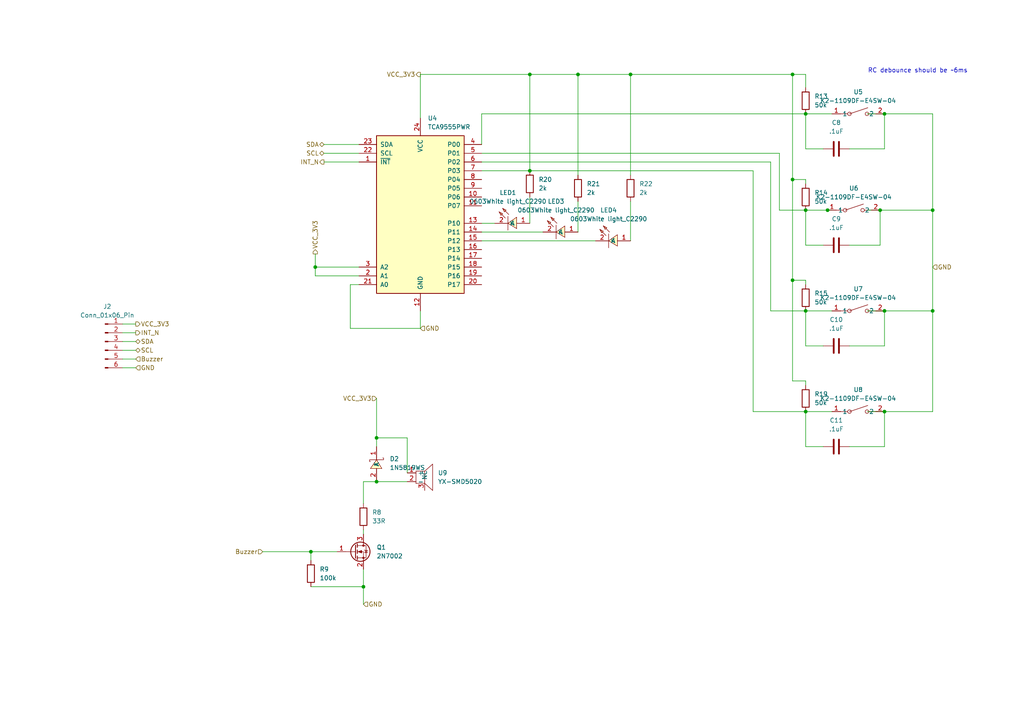
<source format=kicad_sch>
(kicad_sch (version 20250114) (generator "eeschema") (generator_version "9.0")
  (paper "A4")
  (lib_symbols
    (symbol "Connector:Conn_01x06_Pin" (pin_names (offset 1.016) (hide yes))
      (property "Reference" "J" (at 0 7.62 0))
      (property "Value" "Conn_01x06_Pin" (at 0 -10.16 0))
      (symbol "Conn_01x06_Pin_1_1"
        (rectangle (start 0.8636 5.207) (end 0 4.953) (stroke (width 0.1524)) (fill (type outline)))
        (rectangle (start 0.8636 2.667) (end 0 2.413) (stroke (width 0.1524)) (fill (type outline)))
        (rectangle (start 0.8636 0.127) (end 0 -0.127) (stroke (width 0.1524)) (fill (type outline)))
        (rectangle (start 0.8636 -2.413) (end 0 -2.667) (stroke (width 0.1524)) (fill (type outline)))
        (rectangle (start 0.8636 -4.953) (end 0 -5.207) (stroke (width 0.1524)) (fill (type outline)))
        (rectangle (start 0.8636 -7.493) (end 0 -7.747) (stroke (width 0.1524)) (fill (type outline)))
        (polyline (pts (xy 1.27 5.08) (xy 0.8636 5.08)) (stroke (width 0.1524)))
        (polyline (pts (xy 1.27 2.54) (xy 0.8636 2.54)) (stroke (width 0.1524)))
        (polyline (pts (xy 1.27 0) (xy 0.8636 0)) (stroke (width 0.1524)))
        (polyline (pts (xy 1.27 -2.54) (xy 0.8636 -2.54)) (stroke (width 0.1524)))
        (polyline (pts (xy 1.27 -5.08) (xy 0.8636 -5.08)) (stroke (width 0.1524)))
        (polyline (pts (xy 1.27 -7.62) (xy 0.8636 -7.62)) (stroke (width 0.1524)))
        (pin passive line (at 5.08 5.08 180) (length 3.81) (name "Pin_1") (number "1"))
        (pin passive line (at 5.08 2.54 180) (length 3.81) (name "Pin_2") (number "2"))
        (pin passive line (at 5.08 0 180) (length 3.81) (name "Pin_3") (number "3"))
        (pin passive line (at 5.08 -2.54 180) (length 3.81) (name "Pin_4") (number "4"))
        (pin passive line (at 5.08 -5.08 180) (length 3.81) (name "Pin_5") (number "5"))
        (pin passive line (at 5.08 -7.62 180) (length 3.81) (name "Pin_6") (number "6"))
      )
    )
    (symbol "Device:C" (pin_numbers (hide yes)) (pin_names (offset 0.254))
      (property "Reference" "C" (at 0.635 2.54 0))
      (property "Value" "C" (at 0.635 -2.54 0))
      (symbol "C_0_1"
        (polyline (pts (xy -2.032 0.762) (xy 2.032 0.762)) (stroke (width 0.508)))
        (polyline (pts (xy -2.032 -0.762) (xy 2.032 -0.762)) (stroke (width 0.508)))
      )
      (symbol "C_1_1"
        (pin passive line (at 0 3.81 270) (length 2.794) (name "~") (number "1"))
        (pin passive line (at 0 -3.81 90) (length 2.794) (name "~") (number "2"))
      )
    )
    (symbol "Device:R" (pin_numbers (hide yes)) (pin_names (offset 0))
      (property "Reference" "R" (at 2.032 0 90))
      (property "Value" "R" (at 0 0 90))
      (symbol "R_0_1"
        (rectangle (start -1.016 -2.54) (end 1.016 2.54) (stroke (width 0.254)))
      )
      (symbol "R_1_1"
        (pin passive line (at 0 3.81 270) (length 1.27) (name "~") (number "1"))
        (pin passive line (at 0 -3.81 90) (length 1.27) (name "~") (number "2"))
      )
    )
    (symbol "Interface_Expansion:TCA9555PWR" (pin_names (offset 1.016))
      (property "Reference" "U" (at -11.43 24.13 0))
      (property "Value" "TCA9555PWR" (at 0 0 0))
      (symbol "TCA9555PWR_0_1"
        (rectangle (start -12.7 22.86) (end 12.7 -22.86) (stroke (width 0.254)) (fill (type background)))
      )
      (symbol "TCA9555PWR_1_1"
        (pin bidirectional line (at -17.78 20.32 0) (length 5.08) (name "SDA") (number "23"))
        (pin input line (at -17.78 17.78 0) (length 5.08) (name "SCL") (number "22"))
        (pin open_collector line (at -17.78 15.24 0) (length 5.08) (name "~{INT}") (number "1"))
        (pin input line (at -17.78 -15.24 0) (length 5.08) (name "A2") (number "3"))
        (pin input line (at -17.78 -17.78 0) (length 5.08) (name "A1") (number "2"))
        (pin input line (at -17.78 -20.32 0) (length 5.08) (name "A0") (number "21"))
        (pin power_in line (at 0 27.94 270) (length 5.08) (name "VCC") (number "24"))
        (pin power_in line (at 0 -27.94 90) (length 5.08) (name "GND") (number "12"))
        (pin bidirectional line (at 17.78 20.32 180) (length 5.08) (name "P00") (number "4"))
        (pin bidirectional line (at 17.78 17.78 180) (length 5.08) (name "P01") (number "5"))
        (pin bidirectional line (at 17.78 15.24 180) (length 5.08) (name "P02") (number "6"))
        (pin bidirectional line (at 17.78 12.7 180) (length 5.08) (name "P03") (number "7"))
        (pin bidirectional line (at 17.78 10.16 180) (length 5.08) (name "P04") (number "8"))
        (pin bidirectional line (at 17.78 7.62 180) (length 5.08) (name "P05") (number "9"))
        (pin bidirectional line (at 17.78 5.08 180) (length 5.08) (name "P06") (number "10"))
        (pin bidirectional line (at 17.78 2.54 180) (length 5.08) (name "P07") (number "11"))
        (pin bidirectional line (at 17.78 -2.54 180) (length 5.08) (name "P10") (number "13"))
        (pin bidirectional line (at 17.78 -5.08 180) (length 5.08) (name "P11") (number "14"))
        (pin bidirectional line (at 17.78 -7.62 180) (length 5.08) (name "P12") (number "15"))
        (pin bidirectional line (at 17.78 -10.16 180) (length 5.08) (name "P13") (number "16"))
        (pin bidirectional line (at 17.78 -12.7 180) (length 5.08) (name "P14") (number "17"))
        (pin bidirectional line (at 17.78 -15.24 180) (length 5.08) (name "P15") (number "18"))
        (pin bidirectional line (at 17.78 -17.78 180) (length 5.08) (name "P16") (number "19"))
        (pin bidirectional line (at 17.78 -20.32 180) (length 5.08) (name "P17") (number "20"))
      )
    )
    (symbol "Transistor_FET:2N7002" (pin_names (hide yes))
      (property "Reference" "Q" (at 5.08 1.905 0))
      (property "Value" "2N7002" (at 5.08 0 0))
      (symbol "2N7002_0_1"
        (polyline (pts (xy 0.254 1.905) (xy 0.254 -1.905)) (stroke (width 0.254)))
        (polyline (pts (xy 0.254 0) (xy -2.54 0)))
        (polyline (pts (xy 0.762 2.286) (xy 0.762 1.27)) (stroke (width 0.254)))
        (polyline (pts (xy 0.762 0.508) (xy 0.762 -0.508)) (stroke (width 0.254)))
        (polyline (pts (xy 0.762 -1.27) (xy 0.762 -2.286)) (stroke (width 0.254)))
        (polyline (pts (xy 0.762 -1.778) (xy 3.302 -1.778) (xy 3.302 1.778) (xy 0.762 1.778)))
        (polyline (pts (xy 1.016 0) (xy 2.032 0.381) (xy 2.032 -0.381) (xy 1.016 0)) (fill (type outline)))
        (circle (center 1.651 0) (radius 2.794) (stroke (width 0.254)))
        (polyline (pts (xy 2.54 2.54) (xy 2.54 1.778)))
        (circle (center 2.54 1.778) (radius 0.254) (fill (type outline)))
        (circle (center 2.54 -1.778) (radius 0.254) (fill (type outline)))
        (polyline (pts (xy 2.54 -2.54) (xy 2.54 0) (xy 0.762 0)))
        (polyline (pts (xy 2.794 0.508) (xy 2.921 0.381) (xy 3.683 0.381) (xy 3.81 0.254)))
        (polyline (pts (xy 3.302 0.381) (xy 2.921 -0.254) (xy 3.683 -0.254) (xy 3.302 0.381)))
      )
      (symbol "2N7002_1_1"
        (pin input line (at -5.08 0 0) (length 2.54) (name "G") (number "1"))
        (pin passive line (at 2.54 5.08 270) (length 2.54) (name "D") (number "3"))
        (pin passive line (at 2.54 -5.08 90) (length 2.54) (name "S") (number "2"))
      )
    )
    (symbol "easyeda2kicad:0603Whitelight_C2290"
      (property "Reference" "LED" (at 0 3.81 0))
      (property "Value" "0603White light_C2290" (at 0 -6.35 0))
      (symbol "0603Whitelight_C2290_0_1"
        (polyline (pts (xy -3.81 2.03) (xy -2.79 1.52) (xy -3.3 1.02) (xy -3.81 2.03)) (fill (type background)))
        (polyline (pts (xy -2.79 3.05) (xy -1.78 2.54) (xy -2.29 2.03) (xy -2.79 3.05)) (fill (type background)))
        (polyline (pts (xy -2.03 0.25) (xy -3.81 2.03)))
        (polyline (pts (xy -1.27 0.76) (xy -1.27 -3.3)))
        (polyline (pts (xy -1.02 1.27) (xy -2.79 3.05)))
        (polyline (pts (xy 1.27 -2.79) (xy -1.27 -1.27) (xy 1.27 0.51) (xy 1.27 -2.79)) (fill (type background)))
        (pin unspecified line (at -5.08 -1.27 0) (length 3.81) (name "K") (number "2"))
        (pin unspecified line (at 5.08 -1.27 180) (length 3.81) (name "A") (number "1"))
      )
    )
    (symbol "easyeda2kicad:1N5819WS"
      (property "Reference" "D" (at 0 5.08 0))
      (property "Value" "1N5819WS" (at 0 -5.08 0))
      (symbol "1N5819WS_0_1"
        (polyline (pts (xy -1.27 0) (xy -1.27 2.03) (xy -1.78 2.03) (xy -1.78 1.78)))
        (polyline (pts (xy -1.27 0) (xy -1.27 -2.03) (xy -0.76 -2.03) (xy -0.76 -1.78)))
        (polyline (pts (xy 1.27 1.52) (xy -1.27 0) (xy 1.27 -1.78) (xy 1.27 1.52)) (fill (type background)))
        (pin unspecified line (at -5.08 0 0) (length 3.81) (name "K") (number "1"))
        (pin unspecified line (at 5.08 0 180) (length 3.81) (name "A") (number "2"))
      )
    )
    (symbol "easyeda2kicad:K2-1109DF-E4SW-04"
      (property "Reference" "U" (at 0 5.08 0))
      (property "Value" "K2-1109DF-E4SW-04" (at 0 -5.08 0))
      (symbol "K2-1109DF-E4SW-04_0_1"
        (polyline (pts (xy -3.05 0) (xy -5.08 0)))
        (circle (center -2.54 0) (radius 0.51))
        (polyline (pts (xy -2.54 0) (xy 2.79 1.78)))
        (circle (center 2.54 0) (radius 0.51))
        (polyline (pts (xy 3.05 0) (xy 5.08 0)))
        (pin unspecified line (at -7.62 0 0) (length 2.54) (name "1") (number "1"))
        (pin unspecified line (at 7.62 0 180) (length 2.54) (name "2") (number "2"))
      )
    )
    (symbol "easyeda2kicad:YX-SMD5020"
      (property "Reference" "U" (at 0 5.08 0))
      (property "Value" "YX-SMD5020" (at 0 -10.16 0))
      (symbol "YX-SMD5020_0_1"
        (polyline (pts (xy -2.54 0.51) (xy -2.54 -3.05)))
        (polyline (pts (xy -2.54 0.51) (xy 0 0.51)))
        (polyline (pts (xy -2.54 -3.05) (xy 0 -3.05)))
        (polyline (pts (xy 0 0.51) (xy 0 -3.05)))
        (polyline (pts (xy 0 -3.05) (xy 2.29 -5.08)))
        (polyline (pts (xy 2.29 2.54) (xy 0 0.51)))
        (polyline (pts (xy 2.29 2.54) (xy 2.29 -5.08)))
        (pin unspecified line (at -5.08 0 0) (length 2.54) (name "+") (number "1"))
        (pin unspecified line (at -5.08 -2.54 0) (length 2.54) (name "-") (number "2"))
        (pin unspecified line (at 0 -5.08 90) (length 2.54) (name "NC") (number "3"))
      )
    )
  )
  (text "RC debounce should be ~6ms" (at 266.192 20.574 0) (effects (font (size 1.27 1.27))))
  (junction (at 229.87 81.28))
  (junction (at 109.22 139.7))
  (junction (at 182.88 21.59))
  (junction (at 256.54 90.17))
  (junction (at 90.17 160.02))
  (junction (at 233.68 119.38))
  (junction (at 233.68 60.96))
  (junction (at 256.54 33.02))
  (junction (at 233.68 33.02))
  (junction (at 256.54 119.38))
  (junction (at 153.67 49.53))
  (junction (at 240.03 60.96))
  (junction (at 109.22 127))
  (junction (at 233.68 90.17))
  (junction (at 270.51 90.17))
  (junction (at 153.67 21.59))
  (junction (at 229.87 21.59))
  (junction (at 91.44 77.47))
  (junction (at 255.27 60.96))
  (junction (at 270.51 60.96))
  (junction (at 105.41 170.18))
  (junction (at 167.64 21.59))
  (junction (at 229.87 52.07))
  (wire (pts (xy 35.56 106.68) (xy 39.37 106.68)))
  (wire (pts (xy 139.7 49.53) (xy 153.67 49.53)))
  (wire (pts (xy 218.44 49.53) (xy 218.44 119.38)))
  (wire (pts (xy 105.41 153.67) (xy 105.41 154.94)))
  (wire (pts (xy 182.88 21.59) (xy 182.88 50.8)))
  (wire (pts (xy 121.92 90.17) (xy 121.92 95.25)))
  (wire (pts (xy 90.17 162.56) (xy 90.17 160.02)))
  (wire (pts (xy 105.41 165.1) (xy 105.41 170.18)))
  (wire (pts (xy 182.88 21.59) (xy 229.87 21.59)))
  (wire (pts (xy 233.68 119.38) (xy 241.3 119.38)))
  (wire (pts (xy 226.06 60.96) (xy 233.68 60.96)))
  (wire (pts (xy 91.44 77.47) (xy 91.44 80.01)))
  (wire (pts (xy 35.56 99.06) (xy 39.37 99.06)))
  (wire (pts (xy 139.7 67.31) (xy 157.48 67.31)))
  (wire (pts (xy 101.6 82.55) (xy 101.6 95.25)))
  (wire (pts (xy 35.56 101.6) (xy 39.37 101.6)))
  (wire (pts (xy 93.98 46.99) (xy 104.14 46.99)))
  (wire (pts (xy 233.68 21.59) (xy 233.68 25.4)))
  (wire (pts (xy 109.22 127) (xy 118.11 127)))
  (wire (pts (xy 105.41 146.05) (xy 105.41 139.7)))
  (wire (pts (xy 229.87 21.59) (xy 233.68 21.59)))
  (wire (pts (xy 233.68 60.96) (xy 233.68 71.12)))
  (wire (pts (xy 270.51 90.17) (xy 270.51 119.38)))
  (wire (pts (xy 139.7 33.02) (xy 233.68 33.02)))
  (wire (pts (xy 109.22 127) (xy 109.22 129.54)))
  (wire (pts (xy 101.6 95.25) (xy 121.92 95.25)))
  (wire (pts (xy 233.68 90.17) (xy 241.3 90.17)))
  (wire (pts (xy 109.22 115.57) (xy 109.22 127)))
  (wire (pts (xy 229.87 21.59) (xy 229.87 52.07)))
  (wire (pts (xy 226.06 44.45) (xy 226.06 60.96)))
  (wire (pts (xy 121.92 21.59) (xy 153.67 21.59)))
  (wire (pts (xy 251.46 119.38) (xy 256.54 119.38)))
  (wire (pts (xy 233.68 43.18) (xy 238.76 43.18)))
  (wire (pts (xy 270.51 33.02) (xy 270.51 60.96)))
  (wire (pts (xy 118.11 127) (xy 118.11 137.16)))
  (wire (pts (xy 90.17 170.18) (xy 105.41 170.18)))
  (wire (pts (xy 233.68 71.12) (xy 238.76 71.12)))
  (wire (pts (xy 104.14 77.47) (xy 91.44 77.47)))
  (wire (pts (xy 246.38 71.12) (xy 255.27 71.12)))
  (wire (pts (xy 167.64 21.59) (xy 167.64 50.8)))
  (wire (pts (xy 167.64 21.59) (xy 182.88 21.59)))
  (wire (pts (xy 256.54 100.33) (xy 256.54 90.17)))
  (wire (pts (xy 223.52 90.17) (xy 233.68 90.17)))
  (wire (pts (xy 223.52 46.99) (xy 223.52 90.17)))
  (wire (pts (xy 109.22 139.7) (xy 118.11 139.7)))
  (wire (pts (xy 251.46 33.02) (xy 256.54 33.02)))
  (wire (pts (xy 233.68 52.07) (xy 233.68 53.34)))
  (wire (pts (xy 233.68 81.28) (xy 233.68 82.55)))
  (wire (pts (xy 233.68 119.38) (xy 233.68 129.54)))
  (wire (pts (xy 139.7 69.85) (xy 172.72 69.85)))
  (wire (pts (xy 251.46 60.96) (xy 255.27 60.96)))
  (wire (pts (xy 153.67 49.53) (xy 218.44 49.53)))
  (wire (pts (xy 218.44 119.38) (xy 233.68 119.38)))
  (wire (pts (xy 255.27 60.96) (xy 270.51 60.96)))
  (wire (pts (xy 240.03 60.96) (xy 241.3 60.96)))
  (wire (pts (xy 233.68 90.17) (xy 233.68 100.33)))
  (wire (pts (xy 233.68 129.54) (xy 238.76 129.54)))
  (wire (pts (xy 35.56 93.98) (xy 39.37 93.98)))
  (wire (pts (xy 139.7 46.99) (xy 223.52 46.99)))
  (wire (pts (xy 93.98 41.91) (xy 104.14 41.91)))
  (wire (pts (xy 251.46 90.17) (xy 256.54 90.17)))
  (wire (pts (xy 167.64 58.42) (xy 167.64 67.31)))
  (wire (pts (xy 104.14 80.01) (xy 91.44 80.01)))
  (wire (pts (xy 91.44 73.66) (xy 91.44 77.47)))
  (wire (pts (xy 246.38 43.18) (xy 256.54 43.18)))
  (wire (pts (xy 233.68 33.02) (xy 241.3 33.02)))
  (wire (pts (xy 255.27 71.12) (xy 255.27 60.96)))
  (wire (pts (xy 233.68 100.33) (xy 238.76 100.33)))
  (wire (pts (xy 76.2 160.02) (xy 90.17 160.02)))
  (wire (pts (xy 246.38 129.54) (xy 256.54 129.54)))
  (wire (pts (xy 101.6 82.55) (xy 104.14 82.55)))
  (wire (pts (xy 256.54 119.38) (xy 270.51 119.38)))
  (wire (pts (xy 256.54 33.02) (xy 270.51 33.02)))
  (wire (pts (xy 105.41 139.7) (xy 109.22 139.7)))
  (wire (pts (xy 93.98 44.45) (xy 104.14 44.45)))
  (wire (pts (xy 229.87 110.49) (xy 233.68 110.49)))
  (wire (pts (xy 153.67 21.59) (xy 153.67 49.53)))
  (wire (pts (xy 233.68 110.49) (xy 233.68 111.76)))
  (wire (pts (xy 182.88 58.42) (xy 182.88 69.85)))
  (wire (pts (xy 35.56 96.52) (xy 39.37 96.52)))
  (wire (pts (xy 256.54 129.54) (xy 256.54 119.38)))
  (wire (pts (xy 153.67 57.15) (xy 153.67 64.77)))
  (wire (pts (xy 35.56 104.14) (xy 39.37 104.14)))
  (wire (pts (xy 233.68 33.02) (xy 233.68 43.18)))
  (wire (pts (xy 229.87 81.28) (xy 233.68 81.28)))
  (wire (pts (xy 270.51 60.96) (xy 270.51 90.17)))
  (wire (pts (xy 139.7 64.77) (xy 143.51 64.77)))
  (wire (pts (xy 139.7 44.45) (xy 226.06 44.45)))
  (wire (pts (xy 256.54 90.17) (xy 270.51 90.17)))
  (wire (pts (xy 229.87 52.07) (xy 233.68 52.07)))
  (wire (pts (xy 233.68 60.96) (xy 240.03 60.96)))
  (wire (pts (xy 90.17 160.02) (xy 97.79 160.02)))
  (wire (pts (xy 105.41 170.18) (xy 105.41 175.26)))
  (wire (pts (xy 229.87 52.07) (xy 229.87 81.28)))
  (wire (pts (xy 121.92 21.59) (xy 121.92 34.29)))
  (wire (pts (xy 246.38 100.33) (xy 256.54 100.33)))
  (wire (pts (xy 153.67 21.59) (xy 167.64 21.59)))
  (wire (pts (xy 139.7 41.91) (xy 139.7 33.02)))
  (wire (pts (xy 256.54 43.18) (xy 256.54 33.02)))
  (wire (pts (xy 229.87 81.28) (xy 229.87 110.49)))
  (hierarchical_label "SDA" (shape bidirectional) (at 39.37 99.06 0))
  (hierarchical_label "SCL" (shape bidirectional) (at 93.98 44.45 180))
  (hierarchical_label "SDA" (shape bidirectional) (at 93.98 41.91 180))
  (hierarchical_label "INT_N" (shape output) (at 93.98 46.99 180))
  (hierarchical_label "GND" (shape input) (at 270.51 77.47 0))
  (hierarchical_label "VCC_3V3" (shape output) (at 121.92 21.59 180))
  (hierarchical_label "VCC_3V3" (shape output) (at 39.37 93.98 0))
  (hierarchical_label "GND" (shape input) (at 121.92 95.25 0))
  (hierarchical_label "Buzzer" (shape input) (at 76.2 160.02 180))
  (hierarchical_label "Buzzer" (shape input) (at 39.37 104.14 0))
  (hierarchical_label "GND" (shape input) (at 39.37 106.68 0))
  (hierarchical_label "GND" (shape input) (at 105.41 175.26 0))
  (hierarchical_label "VCC_3V3" (shape input) (at 109.22 115.57 180))
  (hierarchical_label "VCC_3V3" (shape output) (at 91.44 73.66 90))
  (hierarchical_label "SCL" (shape bidirectional) (at 39.37 101.6 0))
  (hierarchical_label "INT_N" (shape output) (at 39.37 96.52 0))
  (symbol (lib_id "Device:R") (at 233.68 115.57 0) (unit 1)
    (property "Reference" "R19" (at 236.22 114.2999 0) (effects (justify left)))
    (property "Value" "50k" (at 236.22 116.8399 0) (effects (justify left)))
    (property "Description" "Resistor" (effects (hide yes)))
  )
  (symbol (lib_id "Connector:Conn_01x06_Pin") (at 30.48 99.06 0) (unit 1)
    (property "Reference" "J2" (at 31.115 88.9 0))
    (property "Value" "Conn_01x06_Pin" (at 31.115 91.44 0))
    (property "Description" "Generic connector, single row, 01x06, script generated" (effects (hide yes)))
  )
  (symbol (lib_id "Interface_Expansion:TCA9555PWR") (at 121.92 62.23 0) (unit 1)
    (property "Reference" "U4" (at 124.0633 34.29 0) (effects (justify left)))
    (property "Value" "TCA9555PWR" (at 124.0633 36.83 0) (effects (justify left)))
    (property "Footprint" "Package_SO:TSSOP-24_4.4x7.8mm_P0.65mm" (effects (hide yes)))
    (property "Datasheet" "http://www.ti.com/lit/ds/symlink/tca9555.pdf" (effects (hide yes)))
    (property "Description" "16-bit I/O expander, I2C and SMBus interface, interrupts, w/ pull-ups, TSSOP-24 package" (effects (hide yes)))
  )
  (symbol (lib_id "Device:R") (at 233.68 29.21 0) (unit 1)
    (property "Reference" "R13" (at 236.22 27.9399 0) (effects (justify left)))
    (property "Value" "50k" (at 236.22 30.4799 0) (effects (justify left)))
    (property "Description" "Resistor" (effects (hide yes)))
  )
  (symbol (lib_id "Device:R") (at 233.68 86.36 0) (unit 1)
    (property "Reference" "R15" (at 236.22 85.0899 0) (effects (justify left)))
    (property "Value" "50k" (at 236.22 87.6299 0) (effects (justify left)))
    (property "Description" "Resistor" (effects (hide yes)))
  )
  (symbol (lib_id "Device:R") (at 167.64 54.61 0) (unit 1)
    (property "Reference" "R21" (at 170.18 53.3399 0) (effects (justify left)))
    (property "Value" "2k" (at 170.18 55.8799 0) (effects (justify left)))
    (property "Description" "Resistor" (effects (hide yes)))
  )
  (symbol (lib_id "easyeda2kicad:0603Whitelight_C2290") (at 177.8 68.58 0) (unit 1)
    (property "Reference" "LED4" (at 176.53 60.96 0))
    (property "Value" "0603White light_C2290" (at 176.53 63.5 0))
    (property "Footprint" "easyeda2kicad:LED0603-R-RD_WHITE" (effects (hide yes)))
    (property "Datasheet" "https://lcsc.com/product-detail/Light-Emitting-Diodes-LED_0603White-light_C2290.html" (effects (hide yes)))
    (property "LCSC Part" "C2290" (effects (hide yes)))
  )
  (symbol (lib_id "easyeda2kicad:K2-1109DF-E4SW-04") (at 247.65 60.96 0) (unit 1)
    (property "Reference" "U6" (at 247.65 54.61 0))
    (property "Value" "K2-1109DF-E4SW-04" (at 247.65 57.15 0))
    (property "Footprint" "easyeda2kicad:SW-TH_HRO_K2-1109DF-EXXW-XX" (effects (hide yes)))
    (property "LCSC Part" "C2909684" (effects (hide yes)))
  )
  (symbol (lib_id "easyeda2kicad:K2-1109DF-E4SW-04") (at 248.92 119.38 0) (unit 1)
    (property "Reference" "U8" (at 248.92 113.03 0))
    (property "Value" "K2-1109DF-E4SW-04" (at 248.92 115.57 0))
    (property "Footprint" "easyeda2kicad:SW-TH_HRO_K2-1109DF-EXXW-XX" (effects (hide yes)))
    (property "LCSC Part" "C2909684" (effects (hide yes)))
  )
  (symbol (lib_id "Device:R") (at 105.41 149.86 0) (unit 1)
    (property "Reference" "R8" (at 107.95 148.5899 0) (effects (justify left)))
    (property "Value" "33R" (at 107.95 151.1299 0) (effects (justify left)))
    (property "Description" "Resistor" (effects (hide yes)))
  )
  (symbol (lib_id "Device:R") (at 153.67 53.34 0) (unit 1)
    (property "Reference" "R20" (at 156.21 52.0699 0) (effects (justify left)))
    (property "Value" "2k" (at 156.21 54.6099 0) (effects (justify left)))
    (property "Description" "Resistor" (effects (hide yes)))
  )
  (symbol (lib_id "easyeda2kicad:0603Whitelight_C2290") (at 162.56 66.04 0) (unit 1)
    (property "Reference" "LED3" (at 161.29 58.42 0))
    (property "Value" "0603White light_C2290" (at 161.29 60.96 0))
    (property "Footprint" "easyeda2kicad:LED0603-R-RD_WHITE" (effects (hide yes)))
    (property "Datasheet" "https://lcsc.com/product-detail/Light-Emitting-Diodes-LED_0603White-light_C2290.html" (effects (hide yes)))
    (property "LCSC Part" "C2290" (effects (hide yes)))
  )
  (symbol (lib_id "Device:C") (at 242.57 71.12 90) (unit 1)
    (property "Reference" "C9" (at 242.57 63.5 90))
    (property "Value" ".1uF" (at 242.57 66.04 90))
    (property "Description" "Unpolarized capacitor" (effects (hide yes)))
  )
  (symbol (lib_id "easyeda2kicad:1N5819WS") (at 109.22 134.62 270) (unit 1)
    (property "Reference" "D2" (at 113.03 133.0949 90) (effects (justify left)))
    (property "Value" "1N5819WS" (at 113.03 135.6349 90) (effects (justify left)))
    (property "Footprint" "easyeda2kicad:SOD-323_L1.8-W1.3-LS2.5-RD" (effects (hide yes)))
    (property "Datasheet" "https://lcsc.com/product-detail/Others_B5819WS_C191023.html" (effects (hide yes)))
    (property "LCSC Part" "C191023" (effects (hide yes)))
  )
  (symbol (lib_id "easyeda2kicad:K2-1109DF-E4SW-04") (at 248.92 33.02 0) (unit 1)
    (property "Reference" "U5" (at 248.92 26.67 0))
    (property "Value" "K2-1109DF-E4SW-04" (at 248.92 29.21 0))
    (property "Footprint" "easyeda2kicad:SW-TH_HRO_K2-1109DF-EXXW-XX" (effects (hide yes)))
    (property "LCSC Part" "C2909684" (effects (hide yes)))
  )
  (symbol (lib_id "easyeda2kicad:YX-SMD5020") (at 123.19 137.16 0) (unit 1)
    (property "Reference" "U9" (at 127 137.1599 0) (effects (justify left)))
    (property "Value" "YX-SMD5020" (at 127 139.6999 0) (effects (justify left)))
    (property "Footprint" "easyeda2kicad:BUZ-SMD_3P_L5.0-W5.0-P3.50-TL" (effects (hide yes)))
    (property "LCSC Part" "C781883" (effects (hide yes)))
  )
  (symbol (lib_id "easyeda2kicad:0603Whitelight_C2290") (at 148.59 63.5 0) (unit 1)
    (property "Reference" "LED1" (at 147.32 55.88 0))
    (property "Value" "0603White light_C2290" (at 147.32 58.42 0))
    (property "Footprint" "easyeda2kicad:LED0603-R-RD_WHITE" (effects (hide yes)))
    (property "Datasheet" "https://lcsc.com/product-detail/Light-Emitting-Diodes-LED_0603White-light_C2290.html" (effects (hide yes)))
    (property "LCSC Part" "C2290" (effects (hide yes)))
  )
  (symbol (lib_id "easyeda2kicad:K2-1109DF-E4SW-04") (at 248.92 90.17 0) (unit 1)
    (property "Reference" "U7" (at 248.92 83.82 0))
    (property "Value" "K2-1109DF-E4SW-04" (at 248.92 86.36 0))
    (property "Footprint" "easyeda2kicad:SW-TH_HRO_K2-1109DF-EXXW-XX" (effects (hide yes)))
    (property "LCSC Part" "C2909684" (effects (hide yes)))
  )
  (symbol (lib_id "Transistor_FET:2N7002") (at 102.87 160.02 0) (unit 1)
    (property "Reference" "Q1" (at 109.22 158.7499 0) (effects (justify left)))
    (property "Value" "2N7002" (at 109.22 161.2899 0) (effects (justify left)))
    (property "Footprint" "Package_TO_SOT_SMD:SOT-23" (effects (hide yes)))
    (property "Datasheet" "https://www.onsemi.com/pub/Collateral/NDS7002A-D.PDF" (effects (hide yes)))
    (property "Description" "0.115A Id, 60V Vds, N-Channel MOSFET, SOT-23" (effects (hide yes)))
  )
  (symbol (lib_id "Device:R") (at 233.68 57.15 0) (unit 1)
    (property "Reference" "R14" (at 236.22 55.8799 0) (effects (justify left)))
    (property "Value" "50k" (at 236.22 58.4199 0) (effects (justify left)))
    (property "Description" "Resistor" (effects (hide yes)))
  )
  (symbol (lib_id "Device:C") (at 242.57 43.18 90) (unit 1)
    (property "Reference" "C8" (at 242.57 35.56 90))
    (property "Value" ".1uF" (at 242.57 38.1 90))
    (property "Description" "Unpolarized capacitor" (effects (hide yes)))
  )
  (symbol (lib_id "Device:C") (at 242.57 100.33 90) (unit 1)
    (property "Reference" "C10" (at 242.57 92.71 90))
    (property "Value" ".1uF" (at 242.57 95.25 90))
    (property "Description" "Unpolarized capacitor" (effects (hide yes)))
  )
  (symbol (lib_id "Device:R") (at 182.88 54.61 0) (unit 1)
    (property "Reference" "R22" (at 185.42 53.3399 0) (effects (justify left)))
    (property "Value" "2k" (at 185.42 55.8799 0) (effects (justify left)))
    (property "Description" "Resistor" (effects (hide yes)))
  )
  (symbol (lib_id "Device:R") (at 90.17 166.37 0) (unit 1)
    (property "Reference" "R9" (at 92.71 165.0999 0) (effects (justify left)))
    (property "Value" "100k" (at 92.71 167.6399 0) (effects (justify left)))
    (property "Description" "Resistor" (effects (hide yes)))
  )
  (symbol (lib_id "Device:C") (at 242.57 129.54 90) (unit 1)
    (property "Reference" "C11" (at 242.57 121.92 90))
    (property "Value" ".1uF" (at 242.57 124.46 90))
    (property "Description" "Unpolarized capacitor" (effects (hide yes)))
  )
)
</source>
